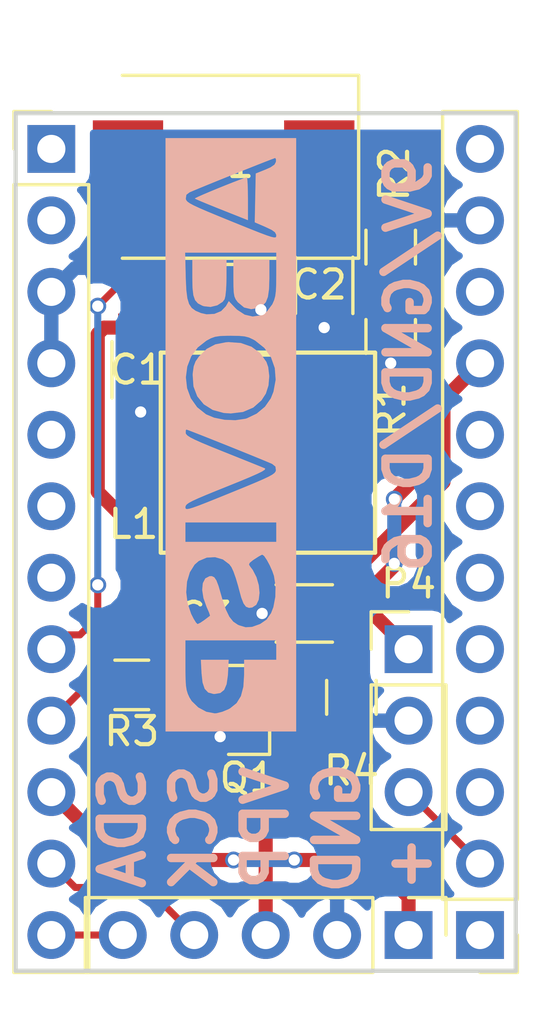
<source format=kicad_pcb>
(kicad_pcb (version 4) (host pcbnew 4.0.3-stable)

  (general
    (links 31)
    (no_connects 0)
    (area 125.654999 100.254999 143.585001 130.885001)
    (thickness 1.6)
    (drawings 10)
    (tracks 88)
    (zones 0)
    (modules 16)
    (nets 14)
  )

  (page A4)
  (layers
    (0 F.Cu signal)
    (31 B.Cu signal)
    (32 B.Adhes user)
    (33 F.Adhes user)
    (34 B.Paste user)
    (35 F.Paste user)
    (36 B.SilkS user)
    (37 F.SilkS user)
    (38 B.Mask user)
    (39 F.Mask user)
    (40 Dwgs.User user)
    (41 Cmts.User user)
    (42 Eco1.User user)
    (43 Eco2.User user)
    (44 Edge.Cuts user)
    (45 Margin user)
    (46 B.CrtYd user)
    (47 F.CrtYd user)
    (48 B.Fab user)
    (49 F.Fab user)
  )

  (setup
    (last_trace_width 0.25)
    (user_trace_width 0.4)
    (user_trace_width 0.5)
    (user_trace_width 0.8)
    (user_trace_width 1)
    (user_trace_width 1.6)
    (trace_clearance 0.2)
    (zone_clearance 0.508)
    (zone_45_only no)
    (trace_min 0.2)
    (segment_width 0.2)
    (edge_width 0.15)
    (via_size 0.6)
    (via_drill 0.4)
    (via_min_size 0.4)
    (via_min_drill 0.3)
    (uvia_size 0.3)
    (uvia_drill 0.1)
    (uvias_allowed no)
    (uvia_min_size 0.2)
    (uvia_min_drill 0.1)
    (pcb_text_width 0.3)
    (pcb_text_size 1.5 1.5)
    (mod_edge_width 0.15)
    (mod_text_size 1 1)
    (mod_text_width 0.15)
    (pad_size 1.524 1.524)
    (pad_drill 0.762)
    (pad_to_mask_clearance 0.2)
    (aux_axis_origin 0 0)
    (visible_elements 7FFFFFFF)
    (pcbplotparams
      (layerselection 0x00030_80000001)
      (usegerberextensions false)
      (excludeedgelayer true)
      (linewidth 0.100000)
      (plotframeref false)
      (viasonmask false)
      (mode 1)
      (useauxorigin false)
      (hpglpennumber 1)
      (hpglpenspeed 20)
      (hpglpendiameter 15)
      (hpglpenoverlay 2)
      (psnegative false)
      (psa4output false)
      (plotreference true)
      (plotvalue true)
      (plotinvisibletext false)
      (padsonsilk false)
      (subtractmaskfromsilk false)
      (outputformat 1)
      (mirror false)
      (drillshape 1)
      (scaleselection 1)
      (outputdirectory ""))
  )

  (net 0 "")
  (net 1 +5V)
  (net 2 GND)
  (net 3 9V)
  (net 4 "Net-(D1-Pad2)")
  (net 5 PROG_VCC)
  (net 6 PROG_VPP)
  (net 7 PROG_SCK)
  (net 8 PROG_SDA)
  (net 9 BOOST_EN)
  (net 10 TRIG_VPP)
  (net 11 "Net-(Q1-Pad1)")
  (net 12 "Net-(R1-Pad1)")
  (net 13 GPIO_16)

  (net_class Default "This is the default net class."
    (clearance 0.2)
    (trace_width 0.25)
    (via_dia 0.6)
    (via_drill 0.4)
    (uvia_dia 0.3)
    (uvia_drill 0.1)
    (add_net +5V)
    (add_net 9V)
    (add_net BOOST_EN)
    (add_net GND)
    (add_net GPIO_16)
    (add_net "Net-(D1-Pad2)")
    (add_net "Net-(Q1-Pad1)")
    (add_net "Net-(R1-Pad1)")
    (add_net PROG_SCK)
    (add_net PROG_SDA)
    (add_net PROG_VCC)
    (add_net PROG_VPP)
    (add_net TRIG_VPP)
  )

  (module Socket_Strips:Socket_Strip_Straight_1x12_Pitch2.54mm (layer F.Cu) (tedit 58CE2EFF) (tstamp 58CE1DF4)
    (at 127 101.6)
    (descr "Through hole straight socket strip, 1x12, 2.54mm pitch, single row")
    (tags "Through hole socket strip THT 1x12 2.54mm single row")
    (path /58CE39EB)
    (fp_text reference P2 (at -2.921 0) (layer F.SilkS) hide
      (effects (font (size 1 1) (thickness 0.15)))
    )
    (fp_text value CONN_01X12 (at 0 30.27) (layer F.Fab) hide
      (effects (font (size 1 1) (thickness 0.15)))
    )
    (fp_line (start -1.27 -1.27) (end -1.27 29.21) (layer F.Fab) (width 0.1))
    (fp_line (start -1.27 29.21) (end 1.27 29.21) (layer F.Fab) (width 0.1))
    (fp_line (start 1.27 29.21) (end 1.27 -1.27) (layer F.Fab) (width 0.1))
    (fp_line (start 1.27 -1.27) (end -1.27 -1.27) (layer F.Fab) (width 0.1))
    (fp_line (start -1.33 1.27) (end -1.33 29.27) (layer F.SilkS) (width 0.12))
    (fp_line (start -1.33 29.27) (end 1.33 29.27) (layer F.SilkS) (width 0.12))
    (fp_line (start 1.33 29.27) (end 1.33 1.27) (layer F.SilkS) (width 0.12))
    (fp_line (start 1.33 1.27) (end -1.33 1.27) (layer F.SilkS) (width 0.12))
    (fp_line (start -1.33 0) (end -1.33 -1.33) (layer F.SilkS) (width 0.12))
    (fp_line (start -1.33 -1.33) (end 0 -1.33) (layer F.SilkS) (width 0.12))
    (fp_line (start -1.8 -1.8) (end -1.8 29.75) (layer F.CrtYd) (width 0.05))
    (fp_line (start -1.8 29.75) (end 1.8 29.75) (layer F.CrtYd) (width 0.05))
    (fp_line (start 1.8 29.75) (end 1.8 -1.8) (layer F.CrtYd) (width 0.05))
    (fp_line (start 1.8 -1.8) (end -1.8 -1.8) (layer F.CrtYd) (width 0.05))
    (fp_text user %R (at 0 -2.33) (layer F.Fab) hide
      (effects (font (size 1 1) (thickness 0.15)))
    )
    (pad 1 thru_hole rect (at 0 0) (size 1.7 1.7) (drill 1) (layers *.Cu *.Mask))
    (pad 2 thru_hole oval (at 0 2.54) (size 1.7 1.7) (drill 1) (layers *.Cu *.Mask))
    (pad 3 thru_hole oval (at 0 5.08) (size 1.7 1.7) (drill 1) (layers *.Cu *.Mask)
      (net 2 GND))
    (pad 4 thru_hole oval (at 0 7.62) (size 1.7 1.7) (drill 1) (layers *.Cu *.Mask)
      (net 2 GND))
    (pad 5 thru_hole oval (at 0 10.16) (size 1.7 1.7) (drill 1) (layers *.Cu *.Mask))
    (pad 6 thru_hole oval (at 0 12.7) (size 1.7 1.7) (drill 1) (layers *.Cu *.Mask))
    (pad 7 thru_hole oval (at 0 15.24) (size 1.7 1.7) (drill 1) (layers *.Cu *.Mask))
    (pad 8 thru_hole oval (at 0 17.78) (size 1.7 1.7) (drill 1) (layers *.Cu *.Mask)
      (net 9 BOOST_EN))
    (pad 9 thru_hole oval (at 0 20.32) (size 1.7 1.7) (drill 1) (layers *.Cu *.Mask)
      (net 10 TRIG_VPP))
    (pad 10 thru_hole oval (at 0 22.86) (size 1.7 1.7) (drill 1) (layers *.Cu *.Mask)
      (net 5 PROG_VCC))
    (pad 11 thru_hole oval (at 0 25.4) (size 1.7 1.7) (drill 1) (layers *.Cu *.Mask)
      (net 7 PROG_SCK))
    (pad 12 thru_hole oval (at 0 27.94) (size 1.7 1.7) (drill 1) (layers *.Cu *.Mask)
      (net 8 PROG_SDA))
    (model ${KISYS3DMOD}/Socket_Strips.3dshapes/Socket_Strip_Straight_1x12_Pitch2.54mm.wrl
      (at (xyz 0 -0.55 0))
      (scale (xyz 1 1 1))
      (rotate (xyz 0 0 270))
    )
  )

  (module Capacitors_SMD:C_1206 (layer F.Cu) (tedit 58CE24B3) (tstamp 58CE1D84)
    (at 130.175 109.45 270)
    (descr "Capacitor SMD 1206, reflow soldering, AVX (see smccp.pdf)")
    (tags "capacitor 1206")
    (path /58CB50CE)
    (attr smd)
    (fp_text reference C1 (at 0 0.127 360) (layer F.SilkS)
      (effects (font (size 1 1) (thickness 0.15)))
    )
    (fp_text value 22uF (at 0 2 270) (layer F.Fab) hide
      (effects (font (size 1 1) (thickness 0.15)))
    )
    (fp_text user %R (at 0 -1.75 270) (layer F.Fab)
      (effects (font (size 1 1) (thickness 0.15)))
    )
    (fp_line (start -1.6 0.8) (end -1.6 -0.8) (layer F.Fab) (width 0.1))
    (fp_line (start 1.6 0.8) (end -1.6 0.8) (layer F.Fab) (width 0.1))
    (fp_line (start 1.6 -0.8) (end 1.6 0.8) (layer F.Fab) (width 0.1))
    (fp_line (start -1.6 -0.8) (end 1.6 -0.8) (layer F.Fab) (width 0.1))
    (fp_line (start 1 -1.02) (end -1 -1.02) (layer F.SilkS) (width 0.12))
    (fp_line (start -1 1.02) (end 1 1.02) (layer F.SilkS) (width 0.12))
    (fp_line (start -2.25 -1.05) (end 2.25 -1.05) (layer F.CrtYd) (width 0.05))
    (fp_line (start -2.25 -1.05) (end -2.25 1.05) (layer F.CrtYd) (width 0.05))
    (fp_line (start 2.25 1.05) (end 2.25 -1.05) (layer F.CrtYd) (width 0.05))
    (fp_line (start 2.25 1.05) (end -2.25 1.05) (layer F.CrtYd) (width 0.05))
    (pad 1 smd rect (at -1.5 0 270) (size 1 1.6) (layers F.Cu F.Paste F.Mask)
      (net 1 +5V))
    (pad 2 smd rect (at 1.5 0 270) (size 1 1.6) (layers F.Cu F.Paste F.Mask)
      (net 2 GND))
    (model Capacitors_SMD.3dshapes/C_1206.wrl
      (at (xyz 0 0 0))
      (scale (xyz 1 1 1))
      (rotate (xyz 0 0 0))
    )
  )

  (module Capacitors_SMD:C_1206 (layer F.Cu) (tedit 58CE23AC) (tstamp 58CE1D95)
    (at 136.7 106.45 270)
    (descr "Capacitor SMD 1206, reflow soldering, AVX (see smccp.pdf)")
    (tags "capacitor 1206")
    (path /58CD3B26)
    (attr smd)
    (fp_text reference C2 (at -0.024 0.175 360) (layer F.SilkS)
      (effects (font (size 1 1) (thickness 0.15)))
    )
    (fp_text value 22uF (at 0 2 270) (layer F.Fab) hide
      (effects (font (size 1 1) (thickness 0.15)))
    )
    (fp_text user %R (at 0 -1.75 270) (layer F.Fab)
      (effects (font (size 1 1) (thickness 0.15)))
    )
    (fp_line (start -1.6 0.8) (end -1.6 -0.8) (layer F.Fab) (width 0.1))
    (fp_line (start 1.6 0.8) (end -1.6 0.8) (layer F.Fab) (width 0.1))
    (fp_line (start 1.6 -0.8) (end 1.6 0.8) (layer F.Fab) (width 0.1))
    (fp_line (start -1.6 -0.8) (end 1.6 -0.8) (layer F.Fab) (width 0.1))
    (fp_line (start 1 -1.02) (end -1 -1.02) (layer F.SilkS) (width 0.12))
    (fp_line (start -1 1.02) (end 1 1.02) (layer F.SilkS) (width 0.12))
    (fp_line (start -2.25 -1.05) (end 2.25 -1.05) (layer F.CrtYd) (width 0.05))
    (fp_line (start -2.25 -1.05) (end -2.25 1.05) (layer F.CrtYd) (width 0.05))
    (fp_line (start 2.25 1.05) (end 2.25 -1.05) (layer F.CrtYd) (width 0.05))
    (fp_line (start 2.25 1.05) (end -2.25 1.05) (layer F.CrtYd) (width 0.05))
    (pad 1 smd rect (at -1.5 0 270) (size 1 1.6) (layers F.Cu F.Paste F.Mask)
      (net 3 9V))
    (pad 2 smd rect (at 1.5 0 270) (size 1 1.6) (layers F.Cu F.Paste F.Mask)
      (net 2 GND))
    (model Capacitors_SMD.3dshapes/C_1206.wrl
      (at (xyz 0 0 0))
      (scale (xyz 1 1 1))
      (rotate (xyz 0 0 0))
    )
  )

  (module Capacitors_SMD:C_1206 (layer F.Cu) (tedit 58CE2EE4) (tstamp 58CE1DA6)
    (at 135.993 118.11 180)
    (descr "Capacitor SMD 1206, reflow soldering, AVX (see smccp.pdf)")
    (tags "capacitor 1206")
    (path /58CE0F9C)
    (attr smd)
    (fp_text reference C3 (at 3.532 -0.127 180) (layer F.SilkS)
      (effects (font (size 1 1) (thickness 0.15)))
    )
    (fp_text value 10uF (at 3.786 0 180) (layer F.Fab)
      (effects (font (size 1 1) (thickness 0.15)))
    )
    (fp_text user %R (at 3.532 0.762 180) (layer F.Fab)
      (effects (font (size 1 1) (thickness 0.15)))
    )
    (fp_line (start -1.6 0.8) (end -1.6 -0.8) (layer F.Fab) (width 0.1))
    (fp_line (start 1.6 0.8) (end -1.6 0.8) (layer F.Fab) (width 0.1))
    (fp_line (start 1.6 -0.8) (end 1.6 0.8) (layer F.Fab) (width 0.1))
    (fp_line (start -1.6 -0.8) (end 1.6 -0.8) (layer F.Fab) (width 0.1))
    (fp_line (start 1 -1.02) (end -1 -1.02) (layer F.SilkS) (width 0.12))
    (fp_line (start -1 1.02) (end 1 1.02) (layer F.SilkS) (width 0.12))
    (fp_line (start -2.25 -1.05) (end 2.25 -1.05) (layer F.CrtYd) (width 0.05))
    (fp_line (start -2.25 -1.05) (end -2.25 1.05) (layer F.CrtYd) (width 0.05))
    (fp_line (start 2.25 1.05) (end 2.25 -1.05) (layer F.CrtYd) (width 0.05))
    (fp_line (start 2.25 1.05) (end -2.25 1.05) (layer F.CrtYd) (width 0.05))
    (pad 1 smd rect (at -1.5 0 180) (size 1 1.6) (layers F.Cu F.Paste F.Mask)
      (net 3 9V))
    (pad 2 smd rect (at 1.5 0 180) (size 1 1.6) (layers F.Cu F.Paste F.Mask)
      (net 2 GND))
    (model Capacitors_SMD.3dshapes/C_1206.wrl
      (at (xyz 0 0 0))
      (scale (xyz 1 1 1))
      (rotate (xyz 0 0 0))
    )
  )

  (module Diodes_SMD:D_SMC_Standard (layer F.Cu) (tedit 5864295D) (tstamp 58CE1DBD)
    (at 133.125 102.235 180)
    (descr "Diode SMC Standard = DO-214AB")
    (tags "Diode SMC Standard DO-214AB")
    (path /58CB515A)
    (attr smd)
    (fp_text reference D1 (at -0.098 0.127 180) (layer F.SilkS)
      (effects (font (size 1 1) (thickness 0.15)))
    )
    (fp_text value SS34 (at 0 5.08 180) (layer F.Fab)
      (effects (font (size 1 1) (thickness 0.15)))
    )
    (fp_line (start -4.8 3.25) (end -4.8 -3.25) (layer F.SilkS) (width 0.12))
    (fp_line (start 3.55 3.1) (end -3.55 3.1) (layer F.Fab) (width 0.1))
    (fp_line (start -3.55 3.1) (end -3.55 -3.1) (layer F.Fab) (width 0.1))
    (fp_line (start 3.55 -3.1) (end 3.55 3.1) (layer F.Fab) (width 0.1))
    (fp_line (start 3.55 -3.1) (end -3.55 -3.1) (layer F.Fab) (width 0.1))
    (fp_line (start -4.9 -3.35) (end 4.9 -3.35) (layer F.CrtYd) (width 0.05))
    (fp_line (start 4.9 -3.35) (end 4.9 3.35) (layer F.CrtYd) (width 0.05))
    (fp_line (start 4.9 3.35) (end -4.9 3.35) (layer F.CrtYd) (width 0.05))
    (fp_line (start -4.9 3.35) (end -4.9 -3.35) (layer F.CrtYd) (width 0.05))
    (fp_line (start -0.64944 0.00102) (end -1.55114 0.00102) (layer F.Fab) (width 0.1))
    (fp_line (start 0.50118 0.00102) (end 1.4994 0.00102) (layer F.Fab) (width 0.1))
    (fp_line (start -0.64944 -0.79908) (end -0.64944 0.80112) (layer F.Fab) (width 0.1))
    (fp_line (start 0.50118 0.75032) (end 0.50118 -0.79908) (layer F.Fab) (width 0.1))
    (fp_line (start -0.64944 0.00102) (end 0.50118 0.75032) (layer F.Fab) (width 0.1))
    (fp_line (start -0.64944 0.00102) (end 0.50118 -0.79908) (layer F.Fab) (width 0.1))
    (fp_line (start -4.8 3.25) (end 3.6 3.25) (layer F.SilkS) (width 0.12))
    (fp_line (start -4.8 -3.25) (end 3.6 -3.25) (layer F.SilkS) (width 0.12))
    (pad 1 smd rect (at -3.4 0 270) (size 3.3 2.5) (layers F.Cu F.Paste F.Mask)
      (net 3 9V))
    (pad 2 smd rect (at 3.4 0 270) (size 3.3 2.5) (layers F.Cu F.Paste F.Mask)
      (net 4 "Net-(D1-Pad2)"))
    (model Diodes_SMD.3dshapes/D_SMC_Standard.wrl
      (at (xyz 0 0 0))
      (scale (xyz 0.3937 0.3937 0.3937))
      (rotate (xyz 0 0 180))
    )
  )

  (module Socket_Strips:Socket_Strip_Straight_1x05_Pitch2.54mm (layer F.Cu) (tedit 58CE2EF3) (tstamp 58CE1DD5)
    (at 139.7 129.54 270)
    (descr "Through hole straight socket strip, 1x05, 2.54mm pitch, single row")
    (tags "Through hole socket strip THT 1x05 2.54mm single row")
    (path /58CE2A7D)
    (fp_text reference P1 (at -2.286 0.127 360) (layer F.SilkS) hide
      (effects (font (size 1 1) (thickness 0.15)))
    )
    (fp_text value CONN_01X05 (at 0 12.49 270) (layer F.Fab) hide
      (effects (font (size 1 1) (thickness 0.15)))
    )
    (fp_line (start -1.27 -1.27) (end -1.27 11.43) (layer F.Fab) (width 0.1))
    (fp_line (start -1.27 11.43) (end 1.27 11.43) (layer F.Fab) (width 0.1))
    (fp_line (start 1.27 11.43) (end 1.27 -1.27) (layer F.Fab) (width 0.1))
    (fp_line (start 1.27 -1.27) (end -1.27 -1.27) (layer F.Fab) (width 0.1))
    (fp_line (start -1.33 1.27) (end -1.33 11.49) (layer F.SilkS) (width 0.12))
    (fp_line (start -1.33 11.49) (end 1.33 11.49) (layer F.SilkS) (width 0.12))
    (fp_line (start 1.33 11.49) (end 1.33 1.27) (layer F.SilkS) (width 0.12))
    (fp_line (start 1.33 1.27) (end -1.33 1.27) (layer F.SilkS) (width 0.12))
    (fp_line (start -1.33 0) (end -1.33 -1.33) (layer F.SilkS) (width 0.12))
    (fp_line (start -1.33 -1.33) (end 0 -1.33) (layer F.SilkS) (width 0.12))
    (fp_line (start -1.8 -1.8) (end -1.8 11.95) (layer F.CrtYd) (width 0.05))
    (fp_line (start -1.8 11.95) (end 1.8 11.95) (layer F.CrtYd) (width 0.05))
    (fp_line (start 1.8 11.95) (end 1.8 -1.8) (layer F.CrtYd) (width 0.05))
    (fp_line (start 1.8 -1.8) (end -1.8 -1.8) (layer F.CrtYd) (width 0.05))
    (fp_text user %R (at 0 -2.33 270) (layer F.Fab)
      (effects (font (size 1 1) (thickness 0.15)))
    )
    (pad 1 thru_hole rect (at 0 0 270) (size 1.7 1.7) (drill 1) (layers *.Cu *.Mask)
      (net 5 PROG_VCC))
    (pad 2 thru_hole oval (at 0 2.54 270) (size 1.7 1.7) (drill 1) (layers *.Cu *.Mask)
      (net 2 GND))
    (pad 3 thru_hole oval (at 0 5.08 270) (size 1.7 1.7) (drill 1) (layers *.Cu *.Mask)
      (net 6 PROG_VPP))
    (pad 4 thru_hole oval (at 0 7.62 270) (size 1.7 1.7) (drill 1) (layers *.Cu *.Mask)
      (net 7 PROG_SCK))
    (pad 5 thru_hole oval (at 0 10.16 270) (size 1.7 1.7) (drill 1) (layers *.Cu *.Mask)
      (net 8 PROG_SDA))
    (model ${KISYS3DMOD}/Socket_Strips.3dshapes/Socket_Strip_Straight_1x05_Pitch2.54mm.wrl
      (at (xyz 0 -0.2 0))
      (scale (xyz 1 1 1))
      (rotate (xyz 0 0 270))
    )
  )

  (module Socket_Strips:Socket_Strip_Straight_1x12_Pitch2.54mm (layer F.Cu) (tedit 58CE2F08) (tstamp 58CE1E13)
    (at 142.24 129.54 180)
    (descr "Through hole straight socket strip, 1x12, 2.54mm pitch, single row")
    (tags "Through hole socket strip THT 1x12 2.54mm single row")
    (path /58CE3A35)
    (fp_text reference P3 (at 2.667 3.81 180) (layer F.SilkS) hide
      (effects (font (size 1 1) (thickness 0.15)))
    )
    (fp_text value CONN_01X12 (at 0 30.27 180) (layer F.Fab) hide
      (effects (font (size 1 1) (thickness 0.15)))
    )
    (fp_line (start -1.27 -1.27) (end -1.27 29.21) (layer F.Fab) (width 0.1))
    (fp_line (start -1.27 29.21) (end 1.27 29.21) (layer F.Fab) (width 0.1))
    (fp_line (start 1.27 29.21) (end 1.27 -1.27) (layer F.Fab) (width 0.1))
    (fp_line (start 1.27 -1.27) (end -1.27 -1.27) (layer F.Fab) (width 0.1))
    (fp_line (start -1.33 1.27) (end -1.33 29.27) (layer F.SilkS) (width 0.12))
    (fp_line (start -1.33 29.27) (end 1.33 29.27) (layer F.SilkS) (width 0.12))
    (fp_line (start 1.33 29.27) (end 1.33 1.27) (layer F.SilkS) (width 0.12))
    (fp_line (start 1.33 1.27) (end -1.33 1.27) (layer F.SilkS) (width 0.12))
    (fp_line (start -1.33 0) (end -1.33 -1.33) (layer F.SilkS) (width 0.12))
    (fp_line (start -1.33 -1.33) (end 0 -1.33) (layer F.SilkS) (width 0.12))
    (fp_line (start -1.8 -1.8) (end -1.8 29.75) (layer F.CrtYd) (width 0.05))
    (fp_line (start -1.8 29.75) (end 1.8 29.75) (layer F.CrtYd) (width 0.05))
    (fp_line (start 1.8 29.75) (end 1.8 -1.8) (layer F.CrtYd) (width 0.05))
    (fp_line (start 1.8 -1.8) (end -1.8 -1.8) (layer F.CrtYd) (width 0.05))
    (fp_text user %R (at 0 -2.33 180) (layer F.Fab)
      (effects (font (size 1 1) (thickness 0.15)))
    )
    (pad 1 thru_hole rect (at 0 0 180) (size 1.7 1.7) (drill 1) (layers *.Cu *.Mask))
    (pad 2 thru_hole oval (at 0 2.54 180) (size 1.7 1.7) (drill 1) (layers *.Cu *.Mask)
      (net 13 GPIO_16))
    (pad 3 thru_hole oval (at 0 5.08 180) (size 1.7 1.7) (drill 1) (layers *.Cu *.Mask))
    (pad 4 thru_hole oval (at 0 7.62 180) (size 1.7 1.7) (drill 1) (layers *.Cu *.Mask))
    (pad 5 thru_hole oval (at 0 10.16 180) (size 1.7 1.7) (drill 1) (layers *.Cu *.Mask))
    (pad 6 thru_hole oval (at 0 12.7 180) (size 1.7 1.7) (drill 1) (layers *.Cu *.Mask))
    (pad 7 thru_hole oval (at 0 15.24 180) (size 1.7 1.7) (drill 1) (layers *.Cu *.Mask))
    (pad 8 thru_hole oval (at 0 17.78 180) (size 1.7 1.7) (drill 1) (layers *.Cu *.Mask))
    (pad 9 thru_hole oval (at 0 20.32 180) (size 1.7 1.7) (drill 1) (layers *.Cu *.Mask)
      (net 1 +5V))
    (pad 10 thru_hole oval (at 0 22.86 180) (size 1.7 1.7) (drill 1) (layers *.Cu *.Mask))
    (pad 11 thru_hole oval (at 0 25.4 180) (size 1.7 1.7) (drill 1) (layers *.Cu *.Mask)
      (net 2 GND))
    (pad 12 thru_hole oval (at 0 27.94 180) (size 1.7 1.7) (drill 1) (layers *.Cu *.Mask))
    (model ${KISYS3DMOD}/Socket_Strips.3dshapes/Socket_Strip_Straight_1x12_Pitch2.54mm.wrl
      (at (xyz 0 -0.55 0))
      (scale (xyz 1 1 1))
      (rotate (xyz 0 0 270))
    )
  )

  (module SOT-23 (layer F.Cu) (tedit 58CE2431) (tstamp 58CE1E27)
    (at 134.001 121.539)
    (descr "SOT-23, Standard")
    (tags SOT-23)
    (path /58CE1B1A)
    (attr smd)
    (fp_text reference Q1 (at -0.016 2.413) (layer F.SilkS)
      (effects (font (size 1 1) (thickness 0.15)))
    )
    (fp_text value MMBT3904 (at 0 2.86) (layer F.Fab) hide
      (effects (font (size 1 1) (thickness 0.15)))
    )
    (fp_line (start -0.7 -0.95) (end -0.7 1.5) (layer F.Fab) (width 0.1))
    (fp_line (start -0.15 -1.52) (end 0.7 -1.52) (layer F.Fab) (width 0.1))
    (fp_line (start -0.7 -0.95) (end -0.15 -1.52) (layer F.Fab) (width 0.1))
    (fp_line (start 0.7 -1.52) (end 0.7 1.52) (layer F.Fab) (width 0.1))
    (fp_line (start -0.7 1.52) (end 0.7 1.52) (layer F.Fab) (width 0.1))
    (fp_line (start 0.76 1.58) (end 0.76 0.65) (layer F.SilkS) (width 0.12))
    (fp_line (start 0.76 -1.58) (end 0.76 -0.65) (layer F.SilkS) (width 0.12))
    (fp_line (start -1.7 -1.75) (end 1.7 -1.75) (layer F.CrtYd) (width 0.05))
    (fp_line (start 1.7 -1.75) (end 1.7 1.75) (layer F.CrtYd) (width 0.05))
    (fp_line (start 1.7 1.75) (end -1.7 1.75) (layer F.CrtYd) (width 0.05))
    (fp_line (start -1.7 1.75) (end -1.7 -1.75) (layer F.CrtYd) (width 0.05))
    (fp_line (start 0.76 -1.58) (end -1.4 -1.58) (layer F.SilkS) (width 0.12))
    (fp_line (start 0.76 1.58) (end -0.7 1.58) (layer F.SilkS) (width 0.12))
    (pad 1 smd rect (at -1 -0.95) (size 0.9 0.8) (layers F.Cu F.Paste F.Mask)
      (net 11 "Net-(Q1-Pad1)"))
    (pad 2 smd rect (at -1 0.95) (size 0.9 0.8) (layers F.Cu F.Paste F.Mask)
      (net 2 GND))
    (pad 3 smd rect (at 1 0) (size 0.9 0.8) (layers F.Cu F.Paste F.Mask)
      (net 6 PROG_VPP))
    (model TO_SOT_Packages_SMD.3dshapes/SOT-23.wrl
      (at (xyz 0 0 0))
      (scale (xyz 1 1 1))
      (rotate (xyz 0 0 90))
    )
  )

  (module Resistors_SMD:R_0805 (layer F.Cu) (tedit 58AADA8F) (tstamp 58CE1E38)
    (at 139.065 108.265 270)
    (descr "Resistor SMD 0805, reflow soldering, Vishay (see dcrcw.pdf)")
    (tags "resistor 0805")
    (path /58CB518F)
    (attr smd)
    (fp_text reference R1 (at 2.606 0 270) (layer F.SilkS)
      (effects (font (size 1 1) (thickness 0.15)))
    )
    (fp_text value 2.2K (at 0 1.75 270) (layer F.Fab)
      (effects (font (size 1 1) (thickness 0.15)))
    )
    (fp_text user %R (at 0 -1.65 270) (layer F.Fab)
      (effects (font (size 1 1) (thickness 0.15)))
    )
    (fp_line (start -1 0.62) (end -1 -0.62) (layer F.Fab) (width 0.1))
    (fp_line (start 1 0.62) (end -1 0.62) (layer F.Fab) (width 0.1))
    (fp_line (start 1 -0.62) (end 1 0.62) (layer F.Fab) (width 0.1))
    (fp_line (start -1 -0.62) (end 1 -0.62) (layer F.Fab) (width 0.1))
    (fp_line (start 0.6 0.88) (end -0.6 0.88) (layer F.SilkS) (width 0.12))
    (fp_line (start -0.6 -0.88) (end 0.6 -0.88) (layer F.SilkS) (width 0.12))
    (fp_line (start -1.55 -0.9) (end 1.55 -0.9) (layer F.CrtYd) (width 0.05))
    (fp_line (start -1.55 -0.9) (end -1.55 0.9) (layer F.CrtYd) (width 0.05))
    (fp_line (start 1.55 0.9) (end 1.55 -0.9) (layer F.CrtYd) (width 0.05))
    (fp_line (start 1.55 0.9) (end -1.55 0.9) (layer F.CrtYd) (width 0.05))
    (pad 1 smd rect (at -0.95 0 270) (size 0.7 1.3) (layers F.Cu F.Paste F.Mask)
      (net 12 "Net-(R1-Pad1)"))
    (pad 2 smd rect (at 0.95 0 270) (size 0.7 1.3) (layers F.Cu F.Paste F.Mask)
      (net 2 GND))
    (model Resistors_SMD.3dshapes/R_0805.wrl
      (at (xyz 0 0 0))
      (scale (xyz 1 1 1))
      (rotate (xyz 0 0 0))
    )
  )

  (module Resistors_SMD:R_0805 (layer F.Cu) (tedit 58AADA8F) (tstamp 58CE1E49)
    (at 139.065 105.09 90)
    (descr "Resistor SMD 0805, reflow soldering, Vishay (see dcrcw.pdf)")
    (tags "resistor 0805")
    (path /58CD39A9)
    (attr smd)
    (fp_text reference R2 (at 2.601 0.127 90) (layer F.SilkS)
      (effects (font (size 1 1) (thickness 0.15)))
    )
    (fp_text value 33K (at 0 1.75 90) (layer F.Fab)
      (effects (font (size 1 1) (thickness 0.15)))
    )
    (fp_text user %R (at 0 -1.65 90) (layer F.Fab)
      (effects (font (size 1 1) (thickness 0.15)))
    )
    (fp_line (start -1 0.62) (end -1 -0.62) (layer F.Fab) (width 0.1))
    (fp_line (start 1 0.62) (end -1 0.62) (layer F.Fab) (width 0.1))
    (fp_line (start 1 -0.62) (end 1 0.62) (layer F.Fab) (width 0.1))
    (fp_line (start -1 -0.62) (end 1 -0.62) (layer F.Fab) (width 0.1))
    (fp_line (start 0.6 0.88) (end -0.6 0.88) (layer F.SilkS) (width 0.12))
    (fp_line (start -0.6 -0.88) (end 0.6 -0.88) (layer F.SilkS) (width 0.12))
    (fp_line (start -1.55 -0.9) (end 1.55 -0.9) (layer F.CrtYd) (width 0.05))
    (fp_line (start -1.55 -0.9) (end -1.55 0.9) (layer F.CrtYd) (width 0.05))
    (fp_line (start 1.55 0.9) (end 1.55 -0.9) (layer F.CrtYd) (width 0.05))
    (fp_line (start 1.55 0.9) (end -1.55 0.9) (layer F.CrtYd) (width 0.05))
    (pad 1 smd rect (at -0.95 0 90) (size 0.7 1.3) (layers F.Cu F.Paste F.Mask)
      (net 12 "Net-(R1-Pad1)"))
    (pad 2 smd rect (at 0.95 0 90) (size 0.7 1.3) (layers F.Cu F.Paste F.Mask)
      (net 3 9V))
    (model Resistors_SMD.3dshapes/R_0805.wrl
      (at (xyz 0 0 0))
      (scale (xyz 1 1 1))
      (rotate (xyz 0 0 0))
    )
  )

  (module Resistors_SMD:R_0805 (layer F.Cu) (tedit 58AADA8F) (tstamp 58CE1E5A)
    (at 129.86 120.65 180)
    (descr "Resistor SMD 0805, reflow soldering, Vishay (see dcrcw.pdf)")
    (tags "resistor 0805")
    (path /58CE2112)
    (attr smd)
    (fp_text reference R3 (at 0 -1.65 180) (layer F.SilkS)
      (effects (font (size 1 1) (thickness 0.15)))
    )
    (fp_text value 1K (at 0 -1.778 180) (layer F.Fab)
      (effects (font (size 1 1) (thickness 0.15)))
    )
    (fp_text user %R (at 0 -1.65 180) (layer F.Fab)
      (effects (font (size 1 1) (thickness 0.15)))
    )
    (fp_line (start -1 0.62) (end -1 -0.62) (layer F.Fab) (width 0.1))
    (fp_line (start 1 0.62) (end -1 0.62) (layer F.Fab) (width 0.1))
    (fp_line (start 1 -0.62) (end 1 0.62) (layer F.Fab) (width 0.1))
    (fp_line (start -1 -0.62) (end 1 -0.62) (layer F.Fab) (width 0.1))
    (fp_line (start 0.6 0.88) (end -0.6 0.88) (layer F.SilkS) (width 0.12))
    (fp_line (start -0.6 -0.88) (end 0.6 -0.88) (layer F.SilkS) (width 0.12))
    (fp_line (start -1.55 -0.9) (end 1.55 -0.9) (layer F.CrtYd) (width 0.05))
    (fp_line (start -1.55 -0.9) (end -1.55 0.9) (layer F.CrtYd) (width 0.05))
    (fp_line (start 1.55 0.9) (end 1.55 -0.9) (layer F.CrtYd) (width 0.05))
    (fp_line (start 1.55 0.9) (end -1.55 0.9) (layer F.CrtYd) (width 0.05))
    (pad 1 smd rect (at -0.95 0 180) (size 0.7 1.3) (layers F.Cu F.Paste F.Mask)
      (net 11 "Net-(Q1-Pad1)"))
    (pad 2 smd rect (at 0.95 0 180) (size 0.7 1.3) (layers F.Cu F.Paste F.Mask)
      (net 10 TRIG_VPP))
    (model Resistors_SMD.3dshapes/R_0805.wrl
      (at (xyz 0 0 0))
      (scale (xyz 1 1 1))
      (rotate (xyz 0 0 0))
    )
  )

  (module Resistors_SMD:R_0805 (layer F.Cu) (tedit 58AADA8F) (tstamp 58CE1E6B)
    (at 137.668 121.092 270)
    (descr "Resistor SMD 0805, reflow soldering, Vishay (see dcrcw.pdf)")
    (tags "resistor 0805")
    (path /58CE1F87)
    (attr smd)
    (fp_text reference R4 (at 2.606 0 360) (layer F.SilkS)
      (effects (font (size 1 1) (thickness 0.15)))
    )
    (fp_text value 10K (at 0 1.75 270) (layer F.Fab)
      (effects (font (size 1 1) (thickness 0.15)))
    )
    (fp_text user %R (at 0 -1.65 270) (layer F.Fab)
      (effects (font (size 1 1) (thickness 0.15)))
    )
    (fp_line (start -1 0.62) (end -1 -0.62) (layer F.Fab) (width 0.1))
    (fp_line (start 1 0.62) (end -1 0.62) (layer F.Fab) (width 0.1))
    (fp_line (start 1 -0.62) (end 1 0.62) (layer F.Fab) (width 0.1))
    (fp_line (start -1 -0.62) (end 1 -0.62) (layer F.Fab) (width 0.1))
    (fp_line (start 0.6 0.88) (end -0.6 0.88) (layer F.SilkS) (width 0.12))
    (fp_line (start -0.6 -0.88) (end 0.6 -0.88) (layer F.SilkS) (width 0.12))
    (fp_line (start -1.55 -0.9) (end 1.55 -0.9) (layer F.CrtYd) (width 0.05))
    (fp_line (start -1.55 -0.9) (end -1.55 0.9) (layer F.CrtYd) (width 0.05))
    (fp_line (start 1.55 0.9) (end 1.55 -0.9) (layer F.CrtYd) (width 0.05))
    (fp_line (start 1.55 0.9) (end -1.55 0.9) (layer F.CrtYd) (width 0.05))
    (pad 1 smd rect (at -0.95 0 270) (size 0.7 1.3) (layers F.Cu F.Paste F.Mask)
      (net 3 9V))
    (pad 2 smd rect (at 0.95 0 270) (size 0.7 1.3) (layers F.Cu F.Paste F.Mask)
      (net 6 PROG_VPP))
    (model Resistors_SMD.3dshapes/R_0805.wrl
      (at (xyz 0 0 0))
      (scale (xyz 1 1 1))
      (rotate (xyz 0 0 0))
    )
  )

  (module TO_SOT_Packages_SMD:SOT-23-6 (layer F.Cu) (tedit 58CE2593) (tstamp 58CE1E80)
    (at 133.35 107.315 180)
    (descr "6-pin SOT-23 package")
    (tags SOT-23-6)
    (path /58CB500C)
    (attr smd)
    (fp_text reference U1 (at 0 -2.54 180) (layer F.SilkS) hide
      (effects (font (size 1 1) (thickness 0.15)))
    )
    (fp_text value MT3608 (at 0 2.9 180) (layer F.Fab) hide
      (effects (font (size 1 1) (thickness 0.15)))
    )
    (fp_line (start -0.9 1.61) (end 0.9 1.61) (layer F.SilkS) (width 0.12))
    (fp_line (start 0.9 -1.61) (end -1.55 -1.61) (layer F.SilkS) (width 0.12))
    (fp_line (start 1.9 -1.8) (end -1.9 -1.8) (layer F.CrtYd) (width 0.05))
    (fp_line (start 1.9 1.8) (end 1.9 -1.8) (layer F.CrtYd) (width 0.05))
    (fp_line (start -1.9 1.8) (end 1.9 1.8) (layer F.CrtYd) (width 0.05))
    (fp_line (start -1.9 -1.8) (end -1.9 1.8) (layer F.CrtYd) (width 0.05))
    (fp_line (start -0.9 -0.9) (end -0.25 -1.55) (layer F.Fab) (width 0.1))
    (fp_line (start 0.9 -1.55) (end -0.25 -1.55) (layer F.Fab) (width 0.1))
    (fp_line (start -0.9 -0.9) (end -0.9 1.55) (layer F.Fab) (width 0.1))
    (fp_line (start 0.9 1.55) (end -0.9 1.55) (layer F.Fab) (width 0.1))
    (fp_line (start 0.9 -1.55) (end 0.9 1.55) (layer F.Fab) (width 0.1))
    (pad 1 smd rect (at -1.1 -0.95 180) (size 1.06 0.65) (layers F.Cu F.Paste F.Mask)
      (net 4 "Net-(D1-Pad2)"))
    (pad 2 smd rect (at -1.1 0 180) (size 1.06 0.65) (layers F.Cu F.Paste F.Mask)
      (net 2 GND))
    (pad 3 smd rect (at -1.1 0.95 180) (size 1.06 0.65) (layers F.Cu F.Paste F.Mask)
      (net 12 "Net-(R1-Pad1)"))
    (pad 4 smd rect (at 1.1 0.95 180) (size 1.06 0.65) (layers F.Cu F.Paste F.Mask)
      (net 9 BOOST_EN))
    (pad 6 smd rect (at 1.1 -0.95 180) (size 1.06 0.65) (layers F.Cu F.Paste F.Mask))
    (pad 5 smd rect (at 1.1 0 180) (size 1.06 0.65) (layers F.Cu F.Paste F.Mask)
      (net 1 +5V))
    (model TO_SOT_Packages_SMD.3dshapes/SOT-23-6.wrl
      (at (xyz 0 0 0))
      (scale (xyz 1 1 1))
      (rotate (xyz 0 0 0))
    )
  )

  (module ABOVISP_Footprints:SMD_Inductor_CD54 (layer F.Cu) (tedit 58CE20A9) (tstamp 58CE2686)
    (at 134.7 112.395)
    (path /58CB5135)
    (fp_text reference L1 (at -4.779 2.54) (layer F.SilkS)
      (effects (font (size 1 1) (thickness 0.15)))
    )
    (fp_text value 4.7uH (at 0 -5.08) (layer F.Fab)
      (effects (font (size 1 1) (thickness 0.15)))
    )
    (fp_line (start 3.81 -3.556) (end -3.81 -3.556) (layer F.SilkS) (width 0.15))
    (fp_line (start 3.81 3.556) (end 3.81 -3.556) (layer F.SilkS) (width 0.15))
    (fp_line (start -3.81 3.556) (end 3.81 3.556) (layer F.SilkS) (width 0.15))
    (fp_line (start -3.81 -3.556) (end -3.81 3.556) (layer F.SilkS) (width 0.15))
    (pad 1 smd rect (at -1.825 0) (size 2.65 5.8) (layers F.Cu F.Paste F.Mask)
      (net 1 +5V))
    (pad 2 smd rect (at 1.825 0) (size 2.65 5.8) (layers F.Cu F.Paste F.Mask)
      (net 4 "Net-(D1-Pad2)"))
  )

  (module Socket_Strips:Socket_Strip_Straight_1x03_Pitch2.54mm (layer F.Cu) (tedit 58CD5446) (tstamp 58CE3247)
    (at 139.7 119.38)
    (descr "Through hole straight socket strip, 1x03, 2.54mm pitch, single row")
    (tags "Through hole socket strip THT 1x03 2.54mm single row")
    (path /58CE752F)
    (fp_text reference P4 (at 0 -2.33) (layer F.SilkS)
      (effects (font (size 1 1) (thickness 0.15)))
    )
    (fp_text value CONN_01X03 (at 0 7.41) (layer F.Fab)
      (effects (font (size 1 1) (thickness 0.15)))
    )
    (fp_line (start -1.27 -1.27) (end -1.27 6.35) (layer F.Fab) (width 0.1))
    (fp_line (start -1.27 6.35) (end 1.27 6.35) (layer F.Fab) (width 0.1))
    (fp_line (start 1.27 6.35) (end 1.27 -1.27) (layer F.Fab) (width 0.1))
    (fp_line (start 1.27 -1.27) (end -1.27 -1.27) (layer F.Fab) (width 0.1))
    (fp_line (start -1.33 1.27) (end -1.33 6.41) (layer F.SilkS) (width 0.12))
    (fp_line (start -1.33 6.41) (end 1.33 6.41) (layer F.SilkS) (width 0.12))
    (fp_line (start 1.33 6.41) (end 1.33 1.27) (layer F.SilkS) (width 0.12))
    (fp_line (start 1.33 1.27) (end -1.33 1.27) (layer F.SilkS) (width 0.12))
    (fp_line (start -1.33 0) (end -1.33 -1.33) (layer F.SilkS) (width 0.12))
    (fp_line (start -1.33 -1.33) (end 0 -1.33) (layer F.SilkS) (width 0.12))
    (fp_line (start -1.8 -1.8) (end -1.8 6.85) (layer F.CrtYd) (width 0.05))
    (fp_line (start -1.8 6.85) (end 1.8 6.85) (layer F.CrtYd) (width 0.05))
    (fp_line (start 1.8 6.85) (end 1.8 -1.8) (layer F.CrtYd) (width 0.05))
    (fp_line (start 1.8 -1.8) (end -1.8 -1.8) (layer F.CrtYd) (width 0.05))
    (fp_text user %R (at 0 -2.33) (layer F.Fab)
      (effects (font (size 1 1) (thickness 0.15)))
    )
    (pad 1 thru_hole rect (at 0 0) (size 1.7 1.7) (drill 1) (layers *.Cu *.Mask)
      (net 3 9V))
    (pad 2 thru_hole oval (at 0 2.54) (size 1.7 1.7) (drill 1) (layers *.Cu *.Mask)
      (net 2 GND))
    (pad 3 thru_hole oval (at 0 5.08) (size 1.7 1.7) (drill 1) (layers *.Cu *.Mask)
      (net 13 GPIO_16))
    (model ${KISYS3DMOD}/Socket_Strips.3dshapes/Socket_Strip_Straight_1x03_Pitch2.54mm.wrl
      (at (xyz 0 -0.1 0))
      (scale (xyz 1 1 1))
      (rotate (xyz 0 0 270))
    )
  )

  (module ABOVISP_Footprints:ABOVISP_Logo_Silkscreen_1 (layer B.Cu) (tedit 0) (tstamp 58CE34A6)
    (at 133.35 111.76 270)
    (fp_text reference G*** (at 0 0 270) (layer B.SilkS) hide
      (effects (font (thickness 0.3)) (justify mirror))
    )
    (fp_text value LOGO (at 0.75 0 270) (layer B.SilkS) hide
      (effects (font (thickness 0.3)) (justify mirror))
    )
    (fp_poly (pts (xy 10.541 -2.3495) (xy -10.541 -2.3495) (xy -10.541 -1.612549) (xy -9.8425 -1.612549)
      (xy -9.78973 -1.641851) (xy -9.703234 -1.639541) (xy -9.600167 -1.586651) (xy -9.502959 -1.446193)
      (xy -9.423972 -1.27) (xy -9.283976 -0.92075) (xy -7.55443 -0.885402) (xy -7.388415 -1.268201)
      (xy -7.286304 -1.483333) (xy -7.202367 -1.601646) (xy -7.116757 -1.647493) (xy -7.076417 -1.651)
      (xy -6.477 -1.651) (xy -5.696705 -1.651) (xy -5.353536 -1.648278) (xy -5.107236 -1.637417)
      (xy -4.92774 -1.614377) (xy -4.784983 -1.575113) (xy -4.6489 -1.515584) (xy -4.634033 -1.508125)
      (xy -4.385258 -1.321659) (xy -4.239428 -1.080325) (xy -4.198738 -0.806578) (xy -4.265388 -0.522875)
      (xy -4.441574 -0.25167) (xy -4.504746 -0.186782) (xy -4.667718 -0.03175) (xy -3.52425 -0.03175)
      (xy -3.519984 -0.320049) (xy -3.50176 -0.521906) (xy -3.461445 -0.677746) (xy -3.390903 -0.827992)
      (xy -3.349381 -0.900725) (xy -3.087766 -1.228707) (xy -2.754819 -1.463193) (xy -2.370741 -1.598725)
      (xy -1.955734 -1.629842) (xy -1.529999 -1.551087) (xy -1.293218 -1.456369) (xy -0.995217 -1.248152)
      (xy -0.74812 -0.951804) (xy -0.581618 -0.60441) (xy -0.564243 -0.545838) (xy -0.5136 -0.194817)
      (xy -0.528595 0.192075) (xy -0.603291 0.562783) (xy -0.723651 0.851717) (xy -0.976892 1.169411)
      (xy -1.295714 1.395177) (xy -1.658168 1.529108) (xy -1.839738 1.54905) (xy -0.1905 1.54905)
      (xy -0.167819 1.481827) (xy -0.104905 1.316198) (xy -0.009453 1.071366) (xy 0.110844 0.766534)
      (xy 0.24829 0.420906) (xy 0.395192 0.053685) (xy 0.543854 -0.315927) (xy 0.686583 -0.668725)
      (xy 0.815683 -0.985507) (xy 0.923462 -1.247068) (xy 1.002223 -1.434207) (xy 1.032047 -1.502112)
      (xy 1.126417 -1.620569) (xy 1.260687 -1.638223) (xy 1.311555 -1.623568) (xy 1.362823 -1.583615)
      (xy 1.420988 -1.505345) (xy 1.492545 -1.375737) (xy 1.58399 -1.181772) (xy 1.701819 -0.910431)
      (xy 1.852528 -0.548694) (xy 2.042612 -0.083542) (xy 2.070116 -0.015875) (xy 2.262861 0.459643)
      (xy 2.411425 0.830621) (xy 2.519873 1.109999) (xy 2.592271 1.310715) (xy 2.632686 1.445709)
      (xy 2.645182 1.52792) (xy 2.633826 1.570287) (xy 2.602684 1.585749) (xy 2.573952 1.5875)
      (xy 3.1115 1.5875) (xy 3.1115 -1.651) (xy 3.81 -1.651) (xy 3.81 -1.152561)
      (xy 4.2545 -1.152561) (xy 4.308307 -1.220558) (xy 4.447438 -1.315231) (xy 4.638452 -1.418259)
      (xy 4.847911 -1.511323) (xy 5.01336 -1.568313) (xy 5.370867 -1.625704) (xy 5.759947 -1.617595)
      (xy 6.126383 -1.548196) (xy 6.340765 -1.465211) (xy 6.571905 -1.304374) (xy 6.724423 -1.081291)
      (xy 6.734377 -1.059899) (xy 6.832532 -0.78691) (xy 6.845332 -0.556923) (xy 6.774027 -0.320047)
      (xy 6.754011 -0.276304) (xy 6.643815 -0.113723) (xy 6.469883 0.02489) (xy 6.21387 0.149709)
      (xy 5.857427 0.270903) (xy 5.672023 0.323534) (xy 5.371936 0.410952) (xy 5.177281 0.485638)
      (xy 5.068905 0.559503) (xy 5.027651 0.644452) (xy 5.02931 0.723104) (xy 5.107656 0.873767)
      (xy 5.276451 0.960916) (xy 5.515235 0.982909) (xy 5.80355 0.938103) (xy 6.120934 0.824857)
      (xy 6.146939 0.812806) (xy 6.30957 0.741971) (xy 6.415995 0.7067) (xy 6.436748 0.707106)
      (xy 6.482464 0.768236) (xy 6.573445 0.888699) (xy 6.592184 0.913439) (xy 6.684447 1.050066)
      (xy 6.729981 1.146659) (xy 6.731 1.155077) (xy 6.677882 1.210116) (xy 6.539331 1.295855)
      (xy 6.365875 1.383816) (xy 5.988312 1.511395) (xy 5.597643 1.558894) (xy 5.220408 1.530171)
      (xy 4.883147 1.429087) (xy 4.6124 1.2595) (xy 4.481625 1.109779) (xy 4.361378 0.826163)
      (xy 4.345121 0.528594) (xy 4.426762 0.24907) (xy 4.600208 0.019591) (xy 4.703793 -0.057131)
      (xy 4.85876 -0.128887) (xy 5.095157 -0.212742) (xy 5.370264 -0.29404) (xy 5.467253 -0.319045)
      (xy 5.78427 -0.405401) (xy 5.992219 -0.485979) (xy 6.107808 -0.572594) (xy 6.147743 -0.677059)
      (xy 6.134202 -0.790649) (xy 6.039193 -0.933579) (xy 5.85834 -1.018706) (xy 5.618189 -1.04737)
      (xy 5.345287 -1.020908) (xy 5.066179 -0.940658) (xy 4.807411 -0.807959) (xy 4.688683 -0.717781)
      (xy 4.616388 -0.672457) (xy 4.550004 -0.697165) (xy 4.459144 -0.808727) (xy 4.418808 -0.867179)
      (xy 4.320571 -1.020452) (xy 4.261851 -1.128878) (xy 4.2545 -1.152561) (xy 3.81 -1.152561)
      (xy 3.81 1.5875) (xy 7.3025 1.5875) (xy 7.3025 -1.651) (xy 8.001 -1.651)
      (xy 8.001 -0.508) (xy 8.527295 -0.508) (xy 8.958204 -0.480671) (xy 9.290231 -0.39348)
      (xy 9.540336 -0.238616) (xy 9.725478 -0.00827) (xy 9.763125 0.06108) (xy 9.849202 0.271471)
      (xy 9.900096 0.472574) (xy 9.906 0.539751) (xy 9.848558 0.841225) (xy 9.693883 1.129333)
      (xy 9.468448 1.361979) (xy 9.33692 1.444626) (xy 9.208665 1.503001) (xy 9.078032 1.543059)
      (xy 8.917782 1.568157) (xy 8.700678 1.581654) (xy 8.399482 1.586907) (xy 8.178045 1.587501)
      (xy 7.3025 1.5875) (xy 3.81 1.5875) (xy 3.1115 1.5875) (xy 2.573952 1.5875)
      (xy 2.524346 1.578134) (xy 2.474178 1.541083) (xy 2.416724 1.462919) (xy 2.345261 1.330213)
      (xy 2.253064 1.129537) (xy 2.133411 0.847461) (xy 1.979576 0.470559) (xy 1.836834 0.115349)
      (xy 1.647171 -0.353854) (xy 1.497313 -0.713581) (xy 1.382719 -0.973364) (xy 1.29885 -1.142735)
      (xy 1.241167 -1.231225) (xy 1.205129 -1.248367) (xy 1.194176 -1.234026) (xy 1.155889 -1.141101)
      (xy 1.078123 -0.948904) (xy 0.968399 -0.676149) (xy 0.834238 -0.341547) (xy 0.68316 0.036189)
      (xy 0.608869 0.22225) (xy 0.430162 0.665668) (xy 0.289265 1.003475) (xy 0.1796 1.249051)
      (xy 0.094585 1.415775) (xy 0.027642 1.517027) (xy -0.027809 1.566187) (xy -0.056894 1.576042)
      (xy -0.162868 1.573564) (xy -0.1905 1.54905) (xy -1.839738 1.54905) (xy -2.042305 1.571298)
      (xy -2.426178 1.521841) (xy -2.787839 1.380828) (xy -3.105337 1.148353) (xy -3.347407 0.840594)
      (xy -3.434276 0.679185) (xy -3.487111 0.530709) (xy -3.514131 0.354614) (xy -3.523558 0.110345)
      (xy -3.52425 -0.03175) (xy -4.667718 -0.03175) (xy -4.743497 0.040336) (xy -4.566646 0.141835)
      (xy -4.392661 0.30986) (xy -4.292823 0.551519) (xy -4.276995 0.830915) (xy -4.322026 1.032125)
      (xy -4.4027 1.22202) (xy -4.503961 1.36073) (xy -4.646147 1.456759) (xy -4.849594 1.518609)
      (xy -5.134641 1.554783) (xy -5.521622 1.573784) (xy -5.624151 1.576545) (xy -6.477 1.59734)
      (xy -6.477 -1.651) (xy -7.076417 -1.651) (xy -7.035259 -1.645721) (xy -7.011408 -1.62127)
      (xy -7.00894 -1.564719) (xy -7.031929 -1.463144) (xy -7.084451 -1.303618) (xy -7.170579 -1.073215)
      (xy -7.29439 -0.759011) (xy -7.459957 -0.348078) (xy -7.581884 -0.047625) (xy -7.777477 0.431704)
      (xy -7.932862 0.80595) (xy -8.054537 1.088135) (xy -8.148997 1.291277) (xy -8.222737 1.428395)
      (xy -8.282254 1.51251) (xy -8.334042 1.55664) (xy -8.384598 1.573806) (xy -8.391313 1.574724)
      (xy -8.533799 1.552179) (xy -8.619953 1.438613) (xy -8.677907 1.304591) (xy -8.769434 1.084775)
      (xy -8.886839 0.79837) (xy -9.022428 0.464578) (xy -9.168506 0.102603) (xy -9.317379 -0.268353)
      (xy -9.461353 -0.629085) (xy -9.592733 -0.960391) (xy -9.703825 -1.243068) (xy -9.786934 -1.457911)
      (xy -9.834366 -1.585719) (xy -9.8425 -1.612549) (xy -10.541 -1.612549) (xy -10.541 2.286)
      (xy 10.541 2.286) (xy 10.541 -2.3495)) (layer B.SilkS) (width 0.01))
    (fp_poly (pts (xy -8.363669 1.175459) (xy -8.293523 1.011822) (xy -8.194335 0.771734) (xy -8.074782 0.47608)
      (xy -8.000012 0.288581) (xy -7.633529 -0.635) (xy -8.388765 -0.635) (xy -8.681526 -0.632083)
      (xy -8.921418 -0.624142) (xy -9.083791 -0.612386) (xy -9.143997 -0.598026) (xy -9.144 -0.597917)
      (xy -9.121896 -0.517863) (xy -9.062086 -0.351071) (xy -8.974329 -0.121541) (xy -8.868382 0.146724)
      (xy -8.754003 0.429723) (xy -8.640949 0.703456) (xy -8.538978 0.943921) (xy -8.457847 1.127117)
      (xy -8.407314 1.229043) (xy -8.396094 1.241761) (xy -8.363669 1.175459)) (layer B.SilkS) (width 0.01))
    (fp_poly (pts (xy -5.258981 -0.129277) (xy -5.053855 -0.139832) (xy -4.915788 -0.164251) (xy -4.814824 -0.208121)
      (xy -4.721007 -0.277028) (xy -4.710803 -0.285562) (xy -4.528565 -0.504249) (xy -4.468874 -0.754389)
      (xy -4.510975 -0.991747) (xy -4.590256 -1.15655) (xy -4.714592 -1.271998) (xy -4.903789 -1.345566)
      (xy -5.177652 -1.384728) (xy -5.55599 -1.396959) (xy -5.584847 -1.397) (xy -6.223 -1.397)
      (xy -6.223 -0.127) (xy -5.561123 -0.127) (xy -5.258981 -0.129277)) (layer B.SilkS) (width 0.01))
    (fp_poly (pts (xy -5.213239 1.325802) (xy -4.959824 1.296524) (xy -4.787459 1.236396) (xy -4.673467 1.136146)
      (xy -4.595172 0.986501) (xy -4.573733 0.925999) (xy -4.547976 0.690127) (xy -4.604848 0.452886)
      (xy -4.728474 0.262047) (xy -4.81645 0.195612) (xy -4.932889 0.166296) (xy -5.141857 0.143228)
      (xy -5.408922 0.129487) (xy -5.583826 0.127) (xy -6.223 0.127) (xy -6.223 1.3335)
      (xy -5.57038 1.3335) (xy -5.213239 1.325802)) (layer B.SilkS) (width 0.01))
    (fp_poly (pts (xy -1.72105 1.29322) (xy -1.368089 1.158781) (xy -1.086741 0.928117) (xy -0.887096 0.611173)
      (xy -0.779247 0.217899) (xy -0.762709 -0.03175) (xy -0.815599 -0.463975) (xy -0.971584 -0.828108)
      (xy -1.226633 -1.117037) (xy -1.465959 -1.272784) (xy -1.751636 -1.365173) (xy -2.083469 -1.393247)
      (xy -2.40413 -1.356022) (xy -2.588297 -1.292047) (xy -2.900202 -1.070995) (xy -3.125499 -0.764978)
      (xy -3.257554 -0.387687) (xy -3.289735 0.047188) (xy -3.283366 0.142518) (xy -3.20924 0.51909)
      (xy -3.050216 0.823555) (xy -2.786862 1.092631) (xy -2.775764 1.101659) (xy -2.606305 1.219167)
      (xy -2.431916 1.284683) (xy -2.197551 1.31711) (xy -2.135531 1.321486) (xy -1.72105 1.29322)) (layer B.SilkS) (width 0.01))
    (fp_poly (pts (xy 8.471633 1.006116) (xy 8.803896 0.969908) (xy 9.027294 0.894664) (xy 9.156419 0.771136)
      (xy 9.205864 0.590076) (xy 9.2075 0.53975) (xy 9.174188 0.344271) (xy 9.064524 0.208433)
      (xy 8.863917 0.122988) (xy 8.557774 0.078689) (xy 8.471633 0.073385) (xy 8.001 0.049619)
      (xy 8.001 1.029882) (xy 8.471633 1.006116)) (layer B.SilkS) (width 0.01))
  )

  (gr_text 9V/GND/D16 (at 139.7 109.22 90) (layer B.SilkS)
    (effects (font (size 1.5 1.5) (thickness 0.3)) (justify mirror))
  )
  (gr_text + (at 139.7 127 90) (layer B.SilkS)
    (effects (font (size 1.5 1.5) (thickness 0.3)) (justify mirror))
  )
  (gr_text GND (at 137.16 125.73 90) (layer B.SilkS)
    (effects (font (size 1.5 1.5) (thickness 0.3)) (justify mirror))
  )
  (gr_text VPP (at 134.62 125.73 90) (layer B.SilkS)
    (effects (font (size 1.5 1.5) (thickness 0.3)) (justify mirror))
  )
  (gr_text SCK (at 132.08 125.73 90) (layer B.SilkS)
    (effects (font (size 1.5 1.5) (thickness 0.3)) (justify mirror))
  )
  (gr_text SDA (at 129.54 125.73 90) (layer B.SilkS)
    (effects (font (size 1.5 1.5) (thickness 0.3)) (justify mirror))
  )
  (gr_line (start 143.51 100.33) (end 125.73 100.33) (layer Edge.Cuts) (width 0.15))
  (gr_line (start 143.51 130.81) (end 143.51 100.33) (layer Edge.Cuts) (width 0.15))
  (gr_line (start 125.73 130.81) (end 143.51 130.81) (layer Edge.Cuts) (width 0.15))
  (gr_line (start 125.73 100.33) (end 125.73 130.81) (layer Edge.Cuts) (width 0.15))

  (segment (start 142.24 109.22) (end 140.939999 110.520001) (width 0.5) (layer F.Cu) (net 1))
  (segment (start 140.939999 113.441001) (end 138.176 116.205) (width 0.5) (layer F.Cu) (net 1))
  (segment (start 140.939999 110.520001) (end 140.939999 113.441001) (width 0.5) (layer F.Cu) (net 1))
  (segment (start 138.176 116.205) (end 131.064 116.205) (width 0.5) (layer F.Cu) (net 1))
  (segment (start 131.064 116.205) (end 128.651 113.792) (width 0.5) (layer F.Cu) (net 1))
  (segment (start 128.875 107.95) (end 130.175 107.95) (width 0.5) (layer F.Cu) (net 1))
  (segment (start 128.651 113.792) (end 128.651 108.174) (width 0.5) (layer F.Cu) (net 1))
  (segment (start 128.651 108.174) (end 128.875 107.95) (width 0.5) (layer F.Cu) (net 1))
  (segment (start 130.175 107.95) (end 130.175 108.12) (width 0.5) (layer F.Cu) (net 1))
  (segment (start 130.175 108.12) (end 132.875 110.82) (width 0.5) (layer F.Cu) (net 1))
  (segment (start 132.875 110.82) (end 132.875 112.395) (width 0.5) (layer F.Cu) (net 1))
  (segment (start 130.175 107.95) (end 130.81 107.315) (width 0.5) (layer F.Cu) (net 1))
  (segment (start 130.81 107.315) (end 132.25 107.315) (width 0.5) (layer F.Cu) (net 1))
  (segment (start 129.119999 105.830001) (end 130.175 106.885002) (width 0.5) (layer B.Cu) (net 2))
  (segment (start 130.175 106.885002) (end 130.175 110.95) (width 0.5) (layer B.Cu) (net 2))
  (segment (start 127 106.68) (end 127.849999 105.830001) (width 0.5) (layer B.Cu) (net 2))
  (segment (start 127.849999 105.830001) (end 129.119999 105.830001) (width 0.5) (layer B.Cu) (net 2))
  (via (at 130.175 110.95) (size 0.6) (drill 0.4) (layers F.Cu B.Cu) (net 2))
  (via (at 133.001 122.489) (size 0.6) (drill 0.4) (layers F.Cu B.Cu) (net 2))
  (via (at 134.493 118.11) (size 0.6) (drill 0.4) (layers F.Cu B.Cu) (net 2))
  (via (at 139.065 109.215) (size 0.6) (drill 0.4) (layers F.Cu B.Cu) (net 2))
  (via (at 134.45 107.315) (size 0.6) (drill 0.4) (layers F.Cu B.Cu) (net 2))
  (via (at 136.7 107.95) (size 0.6) (drill 0.4) (layers F.Cu B.Cu) (net 2))
  (segment (start 137.493 118.11) (end 138.43 118.11) (width 0.5) (layer F.Cu) (net 3))
  (segment (start 138.43 118.11) (end 139.7 119.38) (width 0.5) (layer F.Cu) (net 3))
  (segment (start 137.493 118.11) (end 137.493 119.967) (width 0.5) (layer F.Cu) (net 3))
  (segment (start 137.493 119.967) (end 137.668 120.142) (width 0.5) (layer F.Cu) (net 3))
  (segment (start 139.192 116.332) (end 139.192 116.411) (width 0.5) (layer F.Cu) (net 3))
  (segment (start 139.192 116.411) (end 137.493 118.11) (width 0.5) (layer F.Cu) (net 3))
  (segment (start 139.192 114.046) (end 139.192 116.332) (width 0.5) (layer B.Cu) (net 3))
  (via (at 139.192 116.332) (size 0.6) (drill 0.4) (layers F.Cu B.Cu) (net 3))
  (segment (start 139.065 104.14) (end 139.365 104.14) (width 0.5) (layer F.Cu) (net 3))
  (segment (start 139.365 104.14) (end 140.215 104.99) (width 0.5) (layer F.Cu) (net 3))
  (segment (start 140.215 104.99) (end 140.215 113.023) (width 0.5) (layer F.Cu) (net 3))
  (segment (start 140.215 113.023) (end 139.192 114.046) (width 0.5) (layer F.Cu) (net 3))
  (via (at 139.192 114.046) (size 0.6) (drill 0.4) (layers F.Cu B.Cu) (net 3))
  (segment (start 138.303 104.397) (end 138.808 104.397) (width 0.25) (layer F.Cu) (net 3))
  (segment (start 138.808 104.397) (end 139.065 104.14) (width 0.25) (layer F.Cu) (net 3))
  (segment (start 136.7 104.95) (end 137.75 104.95) (width 0.25) (layer F.Cu) (net 3))
  (segment (start 137.75 104.95) (end 138.303 104.397) (width 0.25) (layer F.Cu) (net 3))
  (segment (start 136.525 102.235) (end 136.525 104.775) (width 1) (layer F.Cu) (net 3))
  (segment (start 136.525 104.775) (end 136.7 104.95) (width 1) (layer F.Cu) (net 3))
  (segment (start 134.45 108.265) (end 133.734998 108.265) (width 0.5) (layer F.Cu) (net 4))
  (segment (start 133.734998 108.265) (end 133.35 107.880002) (width 0.5) (layer F.Cu) (net 4))
  (segment (start 133.35 107.880002) (end 133.35 105.799998) (width 0.5) (layer F.Cu) (net 4))
  (segment (start 133.35 105.799998) (end 132.08 104.529998) (width 0.5) (layer F.Cu) (net 4))
  (segment (start 132.08 104.529998) (end 132.08 104.521) (width 0.5) (layer F.Cu) (net 4))
  (segment (start 132.08 104.521) (end 129.794 102.235) (width 0.5) (layer F.Cu) (net 4))
  (segment (start 129.794 102.235) (end 129.725 102.235) (width 0.5) (layer F.Cu) (net 4))
  (segment (start 136.525 112.395) (end 136.525 110.34) (width 0.5) (layer F.Cu) (net 4))
  (segment (start 136.525 110.34) (end 134.45 108.265) (width 0.5) (layer F.Cu) (net 4))
  (segment (start 135.636 126.873) (end 138.383 126.873) (width 0.5) (layer F.Cu) (net 5))
  (segment (start 138.383 126.873) (end 139.7 128.19) (width 0.5) (layer F.Cu) (net 5))
  (segment (start 139.7 128.19) (end 139.7 129.54) (width 0.5) (layer F.Cu) (net 5))
  (segment (start 133.477 126.873) (end 135.636 126.873) (width 0.5) (layer B.Cu) (net 5))
  (via (at 135.636 126.873) (size 0.6) (drill 0.4) (layers F.Cu B.Cu) (net 5))
  (segment (start 129.286 126.746) (end 129.413 126.873) (width 0.5) (layer F.Cu) (net 5))
  (segment (start 129.413 126.873) (end 133.477 126.873) (width 0.5) (layer F.Cu) (net 5))
  (via (at 133.477 126.873) (size 0.6) (drill 0.4) (layers F.Cu B.Cu) (net 5))
  (segment (start 127 124.46) (end 129.286 126.746) (width 0.5) (layer F.Cu) (net 5))
  (segment (start 134.62 125.94) (end 134.62 129.54) (width 0.5) (layer F.Cu) (net 6))
  (segment (start 137.668 122.042) (end 137.668 122.892) (width 0.5) (layer F.Cu) (net 6))
  (segment (start 137.668 122.892) (end 134.62 125.94) (width 0.5) (layer F.Cu) (net 6))
  (segment (start 135.001 121.539) (end 135.951 121.539) (width 0.5) (layer F.Cu) (net 6))
  (segment (start 135.951 121.539) (end 136.454 122.042) (width 0.5) (layer F.Cu) (net 6))
  (segment (start 136.454 122.042) (end 137.668 122.042) (width 0.5) (layer F.Cu) (net 6))
  (segment (start 127 127) (end 127.849999 127.849999) (width 0.25) (layer F.Cu) (net 7))
  (segment (start 127.849999 127.849999) (end 130.389999 127.849999) (width 0.25) (layer F.Cu) (net 7))
  (segment (start 130.389999 127.849999) (end 131.230001 128.690001) (width 0.25) (layer F.Cu) (net 7))
  (segment (start 131.230001 128.690001) (end 132.08 129.54) (width 0.25) (layer F.Cu) (net 7))
  (segment (start 127 129.54) (end 129.54 129.54) (width 0.25) (layer F.Cu) (net 8))
  (segment (start 128.651 117.094) (end 128.651 118.237) (width 0.25) (layer F.Cu) (net 9))
  (segment (start 128.651 118.237) (end 128.016 118.872) (width 0.25) (layer F.Cu) (net 9))
  (segment (start 128.016 118.872) (end 127.508 118.872) (width 0.25) (layer F.Cu) (net 9))
  (segment (start 127.508 118.872) (end 127 119.38) (width 0.25) (layer F.Cu) (net 9))
  (segment (start 128.651 107.188) (end 128.651 117.094) (width 0.25) (layer B.Cu) (net 9))
  (via (at 128.651 117.094) (size 0.6) (drill 0.4) (layers F.Cu B.Cu) (net 9))
  (segment (start 132.25 106.365) (end 129.474 106.365) (width 0.25) (layer F.Cu) (net 9))
  (segment (start 129.474 106.365) (end 128.651 107.188) (width 0.25) (layer F.Cu) (net 9))
  (via (at 128.651 107.188) (size 0.6) (drill 0.4) (layers F.Cu B.Cu) (net 9))
  (segment (start 128.91 120.65) (end 128.27 120.65) (width 0.25) (layer F.Cu) (net 10))
  (segment (start 128.27 120.65) (end 127 121.92) (width 0.25) (layer F.Cu) (net 10))
  (segment (start 130.81 120.65) (end 132.94 120.65) (width 0.5) (layer F.Cu) (net 11))
  (segment (start 132.94 120.65) (end 133.001 120.589) (width 0.5) (layer F.Cu) (net 11))
  (segment (start 139.065 106.04) (end 139.065 107.315) (width 0.5) (layer F.Cu) (net 12))
  (segment (start 139.065 106.04) (end 134.775 106.04) (width 0.25) (layer F.Cu) (net 12))
  (segment (start 134.775 106.04) (end 134.45 106.365) (width 0.25) (layer F.Cu) (net 12))
  (segment (start 142.24 127) (end 139.7 124.46) (width 0.25) (layer F.Cu) (net 13))

  (zone (net 2) (net_name GND) (layer B.Cu) (tstamp 0) (hatch edge 0.508)
    (connect_pads (clearance 0.508))
    (min_thickness 0.254)
    (fill yes (arc_segments 16) (thermal_gap 0.508) (thermal_bridge_width 0.508))
    (polygon
      (pts
        (xy 125.73 100.33) (xy 125.73 130.81) (xy 143.51 130.81) (xy 143.51 100.33)
      )
    )
    (filled_polygon
      (pts
        (xy 140.725907 101.6) (xy 140.838946 102.168285) (xy 141.160853 102.650054) (xy 141.501553 102.877702) (xy 141.358642 102.944817)
        (xy 140.968355 103.373076) (xy 140.798524 103.78311) (xy 140.919845 104.013) (xy 142.113 104.013) (xy 142.113 103.993)
        (xy 142.367 103.993) (xy 142.367 104.013) (xy 142.387 104.013) (xy 142.387 104.267) (xy 142.367 104.267)
        (xy 142.367 104.287) (xy 142.113 104.287) (xy 142.113 104.267) (xy 140.919845 104.267) (xy 140.798524 104.49689)
        (xy 140.968355 104.906924) (xy 141.358642 105.335183) (xy 141.501553 105.402298) (xy 141.160853 105.629946) (xy 140.838946 106.111715)
        (xy 140.725907 106.68) (xy 140.838946 107.248285) (xy 141.160853 107.730054) (xy 141.490026 107.95) (xy 141.160853 108.169946)
        (xy 140.838946 108.651715) (xy 140.725907 109.22) (xy 140.838946 109.788285) (xy 141.160853 110.270054) (xy 141.490026 110.49)
        (xy 141.160853 110.709946) (xy 140.838946 111.191715) (xy 140.725907 111.76) (xy 140.838946 112.328285) (xy 141.160853 112.810054)
        (xy 141.490026 113.03) (xy 141.160853 113.249946) (xy 140.838946 113.731715) (xy 140.725907 114.3) (xy 140.838946 114.868285)
        (xy 141.160853 115.350054) (xy 141.490026 115.57) (xy 141.160853 115.789946) (xy 140.838946 116.271715) (xy 140.725907 116.84)
        (xy 140.838946 117.408285) (xy 141.160853 117.890054) (xy 141.490026 118.11) (xy 141.160853 118.329946) (xy 141.160029 118.331179)
        (xy 141.153162 118.294683) (xy 141.01409 118.078559) (xy 140.80189 117.933569) (xy 140.55 117.88256) (xy 138.85 117.88256)
        (xy 138.614683 117.926838) (xy 138.398559 118.06591) (xy 138.253569 118.27811) (xy 138.20256 118.53) (xy 138.20256 120.23)
        (xy 138.246838 120.465317) (xy 138.38591 120.681441) (xy 138.59811 120.826431) (xy 138.706107 120.848301) (xy 138.428355 121.153076)
        (xy 138.258524 121.56311) (xy 138.379845 121.793) (xy 139.573 121.793) (xy 139.573 121.773) (xy 139.827 121.773)
        (xy 139.827 121.793) (xy 139.847 121.793) (xy 139.847 122.047) (xy 139.827 122.047) (xy 139.827 122.067)
        (xy 139.573 122.067) (xy 139.573 122.047) (xy 138.379845 122.047) (xy 138.258524 122.27689) (xy 138.428355 122.686924)
        (xy 138.818642 123.115183) (xy 138.961553 123.182298) (xy 138.620853 123.409946) (xy 138.298946 123.891715) (xy 138.185907 124.46)
        (xy 138.298946 125.028285) (xy 138.620853 125.510054) (xy 139.102622 125.831961) (xy 139.670907 125.945) (xy 139.729093 125.945)
        (xy 140.297378 125.831961) (xy 140.779147 125.510054) (xy 140.97 125.224422) (xy 141.160853 125.510054) (xy 141.490026 125.73)
        (xy 141.160853 125.949946) (xy 140.838946 126.431715) (xy 140.725907 127) (xy 140.838946 127.568285) (xy 141.160853 128.050054)
        (xy 141.202452 128.07785) (xy 141.154683 128.086838) (xy 140.967923 128.207015) (xy 140.80189 128.093569) (xy 140.55 128.04256)
        (xy 138.85 128.04256) (xy 138.614683 128.086838) (xy 138.398559 128.22591) (xy 138.253569 128.43811) (xy 138.231699 128.546107)
        (xy 137.926924 128.268355) (xy 137.51689 128.098524) (xy 137.287 128.219845) (xy 137.287 129.413) (xy 137.307 129.413)
        (xy 137.307 129.667) (xy 137.287 129.667) (xy 137.287 129.687) (xy 137.033 129.687) (xy 137.033 129.667)
        (xy 137.013 129.667) (xy 137.013 129.413) (xy 137.033 129.413) (xy 137.033 128.219845) (xy 136.80311 128.098524)
        (xy 136.393076 128.268355) (xy 135.964817 128.658642) (xy 135.897702 128.801553) (xy 135.670054 128.460853) (xy 135.188285 128.138946)
        (xy 134.62 128.025907) (xy 134.051715 128.138946) (xy 133.569946 128.460853) (xy 133.35 128.790026) (xy 133.130054 128.460853)
        (xy 132.648285 128.138946) (xy 132.08 128.025907) (xy 131.511715 128.138946) (xy 131.029946 128.460853) (xy 130.81 128.790026)
        (xy 130.590054 128.460853) (xy 130.108285 128.138946) (xy 129.54 128.025907) (xy 128.971715 128.138946) (xy 128.489946 128.460853)
        (xy 128.274827 128.782802) (xy 128.079147 128.489946) (xy 127.749974 128.27) (xy 128.079147 128.050054) (xy 128.401054 127.568285)
        (xy 128.502522 127.058167) (xy 132.541838 127.058167) (xy 132.683883 127.401943) (xy 132.946673 127.665192) (xy 133.290201 127.807838)
        (xy 133.662167 127.808162) (xy 133.783569 127.758) (xy 135.329178 127.758) (xy 135.449201 127.807838) (xy 135.821167 127.808162)
        (xy 136.164943 127.666117) (xy 136.428192 127.403327) (xy 136.570838 127.059799) (xy 136.571162 126.687833) (xy 136.429117 126.344057)
        (xy 136.166327 126.080808) (xy 135.822799 125.938162) (xy 135.450833 125.937838) (xy 135.329431 125.988) (xy 133.783822 125.988)
        (xy 133.663799 125.938162) (xy 133.291833 125.937838) (xy 132.948057 126.079883) (xy 132.684808 126.342673) (xy 132.542162 126.686201)
        (xy 132.541838 127.058167) (xy 128.502522 127.058167) (xy 128.514093 127) (xy 128.401054 126.431715) (xy 128.079147 125.949946)
        (xy 127.749974 125.73) (xy 128.079147 125.510054) (xy 128.401054 125.028285) (xy 128.514093 124.46) (xy 128.401054 123.891715)
        (xy 128.079147 123.409946) (xy 127.749974 123.19) (xy 128.079147 122.970054) (xy 128.401054 122.488285) (xy 128.514093 121.92)
        (xy 128.401054 121.351715) (xy 128.079147 120.869946) (xy 127.749974 120.65) (xy 128.079147 120.430054) (xy 128.401054 119.948285)
        (xy 128.514093 119.38) (xy 128.401054 118.811715) (xy 128.079147 118.329946) (xy 127.749974 118.11) (xy 128.079147 117.890054)
        (xy 128.097343 117.862821) (xy 128.120673 117.886192) (xy 128.464201 118.028838) (xy 128.836167 118.029162) (xy 129.179943 117.887117)
        (xy 129.443192 117.624327) (xy 129.585838 117.280799) (xy 129.586162 116.908833) (xy 129.444117 116.565057) (xy 129.411 116.531882)
        (xy 129.411 114.231167) (xy 138.256838 114.231167) (xy 138.307 114.352569) (xy 138.307 116.025178) (xy 138.257162 116.145201)
        (xy 138.256838 116.517167) (xy 138.398883 116.860943) (xy 138.661673 117.124192) (xy 139.005201 117.266838) (xy 139.377167 117.267162)
        (xy 139.720943 117.125117) (xy 139.984192 116.862327) (xy 140.126838 116.518799) (xy 140.127162 116.146833) (xy 140.077 116.025431)
        (xy 140.077 114.352822) (xy 140.126838 114.232799) (xy 140.127162 113.860833) (xy 139.985117 113.517057) (xy 139.722327 113.253808)
        (xy 139.378799 113.111162) (xy 139.006833 113.110838) (xy 138.663057 113.252883) (xy 138.399808 113.515673) (xy 138.257162 113.859201)
        (xy 138.256838 114.231167) (xy 129.411 114.231167) (xy 129.411 107.750463) (xy 129.443192 107.718327) (xy 129.585838 107.374799)
        (xy 129.586162 107.002833) (xy 129.444117 106.659057) (xy 129.181327 106.395808) (xy 128.837799 106.253162) (xy 128.465833 106.252838)
        (xy 128.420183 106.2717) (xy 128.271645 105.913076) (xy 127.881358 105.484817) (xy 127.738447 105.417702) (xy 128.079147 105.190054)
        (xy 128.401054 104.708285) (xy 128.514093 104.14) (xy 128.401054 103.571715) (xy 128.079147 103.089946) (xy 128.037548 103.06215)
        (xy 128.085317 103.053162) (xy 128.301441 102.91409) (xy 128.446431 102.70189) (xy 128.49744 102.45) (xy 128.49744 101.04)
        (xy 140.837298 101.04)
      )
    )
    (filled_polygon
      (pts
        (xy 127.127 106.553) (xy 127.147 106.553) (xy 127.147 106.807) (xy 127.127 106.807) (xy 127.127 109.093)
        (xy 127.147 109.093) (xy 127.147 109.347) (xy 127.127 109.347) (xy 127.127 109.367) (xy 126.873 109.367)
        (xy 126.873 109.347) (xy 126.853 109.347) (xy 126.853 109.093) (xy 126.873 109.093) (xy 126.873 106.807)
        (xy 126.853 106.807) (xy 126.853 106.553) (xy 126.873 106.553) (xy 126.873 106.533) (xy 127.127 106.533)
      )
    )
  )
)

</source>
